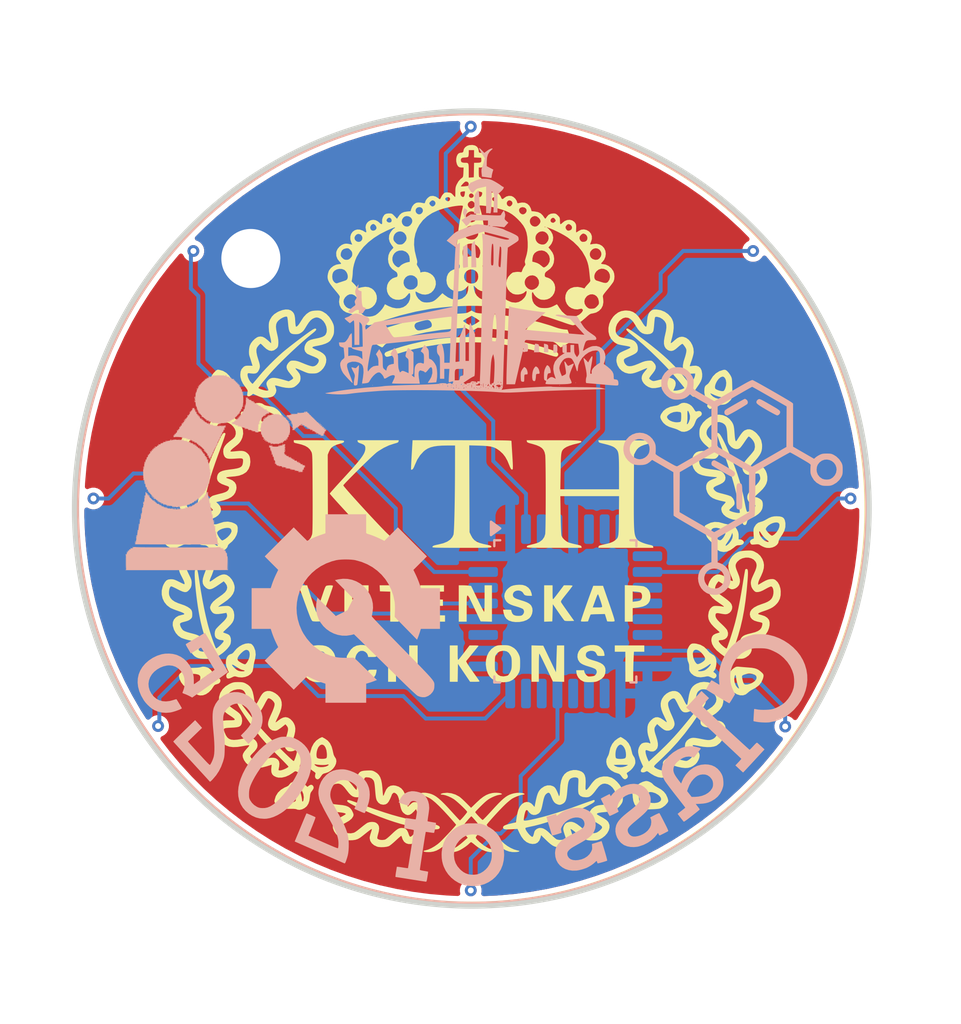
<source format=kicad_pcb>
(kicad_pcb (version 20241229) (generator "pcbnew") (generator_version "9.0")
  (layers (0 "F.Cu" signal) (2 "B.Cu" signal) (13 "F.Paste" user) (15 "B.Paste" user) (5 "F.SilkS" user "F.Silkscreen") (7 "B.SilkS" user "B.Silkscreen") (1 "F.Mask" user) (3 "B.Mask" user) (25 "Edge.Cuts" user))
  (net 0 "")
  (net 1 "GND")
  (net 5 "unconnected-(U1-PA14-Pad24)")
  (net 8 "unconnected-(U1-PB9-Pad31)")
  (net 12 "unconnected-(U1-PA11-Pad21)")
  (net 21 "unconnected-(U1-PB1-Pad15)")
  (net 23 "unconnected-(U1-PB6-Pad29)")
  (net 24 "unconnected-(U1-PC14-Pad2)")
  (net 25 "unconnected-(U1-NRST-Pad4)")
  (net 27 "unconnected-(U1-PA4-Pad10)")
  (footprint "LOGO" (layer "F.Cu") (at 139.72 90.17)
    (property "Reference" "G***" (hide yes))
    (property "Value" "LOGO" (hide yes))
  )
  (footprint "Package_QFP:LQFP-32_7x7mm_P0.8mm" (layer "B.Cu") (at 144.507 95.901 -90)
    (property "Reference" "U1" (hide yes))
    (property "Value" "STM32L011K_3-4_Tx" (hide yes))
    (pad "1" smd roundrect (at -4.175 2.8 270) (size 1.5 0.5) (layers "B.Cu" "B.Mask" "B.Paste") (net 1 "GND"))
    (pad "2" smd roundrect (at -4.175 2 270) (size 1.5 0.5) (layers "B.Cu" "B.Mask" "B.Paste") (net 24 "unconnected-(U1-PC14-Pad2)"))
    (pad "3" smd roundrect (at -4.175 1.2 270) (size 1.5 0.5) (layers "B.Cu" "B.Mask" "B.Paste"))
    (pad "4" smd roundrect (at -4.175 0.4 270) (size 1.5 0.5) (layers "B.Cu" "B.Mask" "B.Paste") (net 25 "unconnected-(U1-NRST-Pad4)"))
    (pad "5" smd roundrect (at -4.175 -0.4 270) (size 1.5 0.5) (layers "B.Cu" "B.Mask" "B.Paste") (net 1 "GND"))
    (pad "6" smd roundrect (at -4.175 -1.2 270) (size 1.5 0.5) (layers "B.Cu" "B.Mask" "B.Paste"))
    (pad "7" smd roundrect (at -4.175 -2 270) (size 1.5 0.5) (layers "B.Cu" "B.Mask" "B.Paste"))
    (pad "8" smd roundrect (at -4.175 -2.8 270) (size 1.5 0.5) (layers "B.Cu" "B.Mask" "B.Paste"))
    (pad "9" smd roundrect (at -2.8 -4.175 270) (size 0.5 1.5) (layers "B.Cu" "B.Mask" "B.Paste"))
    (pad "10" smd roundrect (at -2 -4.175 270) (size 0.5 1.5) (layers "B.Cu" "B.Mask" "B.Paste") (net 27 "unconnected-(U1-PA4-Pad10)"))
    (pad "11" smd roundrect (at -1.2 -4.175 270) (size 0.5 1.5) (layers "B.Cu" "B.Mask" "B.Paste"))
    (pad "12" smd roundrect (at -0.4 -4.175 270) (size 0.5 1.5) (layers "B.Cu" "B.Mask" "B.Paste"))
    (pad "13" smd roundrect (at 0.4 -4.175 270) (size 0.5 1.5) (layers "B.Cu" "B.Mask" "B.Paste"))
    (pad "14" smd roundrect (at 1.2 -4.175 270) (size 0.5 1.5) (layers "B.Cu" "B.Mask" "B.Paste"))
    (pad "15" smd roundrect (at 2 -4.175 270) (size 0.5 1.5) (layers "B.Cu" "B.Mask" "B.Paste") (net 21 "unconnected-(U1-PB1-Pad15)"))
    (pad "16" smd roundrect (at 2.8 -4.175 270) (size 0.5 1.5) (layers "B.Cu" "B.Mask" "B.Paste") (net 1 "GND"))
    (pad "17" smd roundrect (at 4.175 -2.8 270) (size 1.5 0.5) (layers "B.Cu" "B.Mask" "B.Paste") (net 1 "GND"))
    (pad "18" smd roundrect (at 4.175 -2 270) (size 1.5 0.5) (layers "B.Cu" "B.Mask" "B.Paste"))
    (pad "19" smd roundrect (at 4.175 -1.2 270) (size 1.5 0.5) (layers "B.Cu" "B.Mask" "B.Paste"))
    (pad "20" smd roundrect (at 4.175 -0.4 270) (size 1.5 0.5) (layers "B.Cu" "B.Mask" "B.Paste"))
    (pad "21" smd roundrect (at 4.175 0.4 270) (size 1.5 0.5) (layers "B.Cu" "B.Mask" "B.Paste") (net 12 "unconnected-(U1-PA11-Pad21)"))
    (pad "22" smd roundrect (at 4.175 1.2 270) (size 1.5 0.5) (layers "B.Cu" "B.Mask" "B.Paste"))
    (pad "23" smd roundrect (at 4.175 2 270) (size 1.5 0.5) (layers "B.Cu" "B.Mask" "B.Paste"))
    (pad "24" smd roundrect (at 4.175 2.8 270) (size 1.5 0.5) (layers "B.Cu" "B.Mask" "B.Paste") (net 5 "unconnected-(U1-PA14-Pad24)"))
    (pad "25" smd roundrect (at 2.8 4.175 270) (size 0.5 1.5) (layers "B.Cu" "B.Mask" "B.Paste"))
    (pad "26" smd roundrect (at 2 4.175 270) (size 0.5 1.5) (layers "B.Cu" "B.Mask" "B.Paste"))
    (pad "27" smd roundrect (at 1.2 4.175 270) (size 0.5 1.5) (layers "B.Cu" "B.Mask" "B.Paste"))
    (pad "28" smd roundrect (at 0.4 4.175 270) (size 0.5 1.5) (layers "B.Cu" "B.Mask" "B.Paste") (net 1 "GND"))
    (pad "29" smd roundrect (at -0.4 4.175 270) (size 0.5 1.5) (layers "B.Cu" "B.Mask" "B.Paste") (net 23 "unconnected-(U1-PB6-Pad29)"))
    (pad "30" smd roundrect (at -1.2 4.175 270) (size 0.5 1.5) (layers "B.Cu" "B.Mask" "B.Paste"))
    (pad "31" smd roundrect (at -2 4.175 270) (size 0.5 1.5) (layers "B.Cu" "B.Mask" "B.Paste") (net 8 "unconnected-(U1-PB9-Pad31)"))
    (pad "32" smd roundrect (at -2.8 4.175 270) (size 0.5 1.5) (layers "B.Cu" "B.Mask" "B.Paste") (net 1 "GND"))
  )
  (footprint "LOGO" (layer "B.Cu") (at 139.7 78.613 180)
    (property "Reference" "G***" (hide yes))
    (property "Value" "LOGO" (hide yes))
  )
  (footprint "LOGO" (layer "B.Cu") (at 153.035 89.281 180)
    (property "Reference" "G***" (hide yes))
    (property "Value" "LOGO" (hide yes))
  )
  (footprint "LOGO" (layer "B.Cu") (at 127.254 88.773 180)
    (property "Reference" "G***" (hide yes))
    (property "Value" "LOGO" (hide yes))
  )
  (footprint "LOGO" (layer "B.Cu") (at 133.35 95.758 180)
    (property "Reference" "G***" (hide yes))
    (property "Value" "LOGO" (hide yes))
  )
  (footprint "LOGO" (layer "B.Cu") (at 139.827 91.186 180)
    (property "Reference" "G***" (hide yes))
    (property "Value" "LOGO" (hide yes))
  )
  (gr_circle (center 139.734 90.678) (end 159.834 90.678) (stroke (width 0.254)) (fill no) (layer "F.SilkS"))
  (gr_circle (center 139.768 90.678) (end 159.868 90.678) (stroke (width 0.254)) (fill no) (layer "B.SilkS"))
  (gr_circle (center 139.754 90.678) (end 159.954 90.678) (stroke (width 0.254)) (fill no) (layer "Edge.Cuts"))
  (via (at 128.524 77.978) (size 3.5) (drill 3) (layers "F.Cu" "B.Cu") (net 1))
  (via (at 123.808719 101.728245) (size 0.6) (drill 0.3) (layers "F.Cu" "B.Cu") (net 5))
  (segment (start 130.429 98.679) (end 131.953 100.203) (width 0.2) (layer "B.Cu") (net 5))
  (segment (start 123.808719 101.585792) (end 123.87295 101.521561) (width 0.2) (layer "B.Cu") (net 5))
  (segment (start 136.271 100.203) (end 137.414 101.346) (width 0.2) (layer "B.Cu") (net 5))
  (segment (start 125.476 98.679) (end 130.429 98.679) (width 0.2) (layer "B.Cu") (net 5))
  (segment (start 123.87295 101.521561) (end 123.87295 100.28205) (width 0.2) (layer "B.Cu") (net 5))
  (segment (start 137.414 101.346) (end 140.437 101.346) (width 0.2) (layer "B.Cu") (net 5))
  (segment (start 140.437 101.346) (end 141.707 100.076) (width 0.2) (layer "B.Cu") (net 5))
  (segment (start 123.808719 101.728245) (end 123.808719 101.585792) (width 0.2) (layer "B.Cu") (net 5))
  (segment (start 131.953 100.203) (end 136.271 100.203) (width 0.2) (layer "B.Cu") (net 5))
  (segment (start 123.87295 100.28205) (end 125.476 98.679) (width 0.2) (layer "B.Cu") (net 5))
  (via (at 125.603 77.597) (size 0.6) (drill 0.3) (layers "F.Cu" "B.Cu") (net 8))
  (segment (start 129.032 84.836) (end 127.381 84.836) (width 0.2) (layer "B.Cu") (net 8))
  (segment (start 125.476 79.502) (end 125.476 77.724) (width 0.2) (layer "B.Cu") (net 8))
  (segment (start 127.381 84.836) (end 125.857 83.312) (width 0.2) (layer "B.Cu") (net 8))
  (segment (start 140.332 93.901) (end 137.843 93.901) (width 0.2) (layer "B.Cu") (net 8))
  (segment (start 135.89 91.948) (end 135.89 90.678) (width 0.2) (layer "B.Cu") (net 8))
  (segment (start 125.476 77.724) (end 125.603 77.597) (width 0.2) (layer "B.Cu") (net 8))
  (segment (start 125.857 79.883) (end 125.476 79.502) (width 0.2) (layer "B.Cu") (net 8))
  (segment (start 132.207 86.995) (end 131.191 86.995) (width 0.2) (layer "B.Cu") (net 8))
  (segment (start 131.191 86.995) (end 129.032 84.836) (width 0.2) (layer "B.Cu") (net 8))
  (segment (start 125.857 83.312) (end 125.857 79.883) (width 0.2) (layer "B.Cu") (net 8))
  (segment (start 135.89 90.678) (end 132.207 86.995) (width 0.2) (layer "B.Cu") (net 8))
  (segment (start 137.843 93.901) (end 135.89 91.948) (width 0.2) (layer "B.Cu") (net 8))
  (via (at 139.701125 110.077926) (size 0.6) (drill 0.3) (layers "F.Cu" "B.Cu") (net 12))
  (segment (start 144.107 100.076) (end 144.107 102.4) (width 0.2) (layer "B.Cu") (net 12))
  (segment (start 140.97 107.188) (end 139.7 108.458) (width 0.2) (layer "B.Cu") (net 12))
  (segment (start 139.7 110.076801) (end 139.701125 110.077926) (width 0.2) (layer "B.Cu") (net 12))
  (segment (start 142.24 104.267) (end 142.24 106.172) (width 0.2) (layer "B.Cu") (net 12))
  (segment (start 141.224 107.188) (end 140.97 107.188) (width 0.2) (layer "B.Cu") (net 12))
  (segment (start 142.24 106.172) (end 141.224 107.188) (width 0.2) (layer "B.Cu") (net 12))
  (segment (start 144.107 102.4) (end 142.24 104.267) (width 0.2) (layer "B.Cu") (net 12))
  (segment (start 139.7 108.458) (end 139.7 110.076801) (width 0.2) (layer "B.Cu") (net 12))
  (via (at 155.682628 101.752236) (size 0.6) (drill 0.3) (layers "F.Cu" "B.Cu") (net 21))
  (segment (start 148.682 97.901) (end 151.749 97.901) (width 0.2) (layer "B.Cu") (net 21))
  (segment (start 155.682628 101.752236) (end 155.840265 101.594599) (width 0.2) (layer "B.Cu") (net 21))
  (segment (start 155.702 100.838) (end 155.682628 100.857372) (width 0.2) (layer "B.Cu") (net 21))
  (segment (start 151.749 97.901) (end 153.035 99.187) (width 0.2) (layer "B.Cu") (net 21))
  (segment (start 155.682628 100.857372) (end 155.682628 101.752236) (width 0.2) (layer "B.Cu") (net 21))
  (segment (start 153.035 99.187) (end 154.051 99.187) (width 0.2) (layer "B.Cu") (net 21))
  (segment (start 155.580864 101.854) (end 155.682628 101.752236) (width 0.2) (layer "B.Cu") (net 21))
  (segment (start 154.051 99.187) (end 155.702 100.838) (width 0.2) (layer "B.Cu") (net 21))
  (via (at 120.523 90.17) (size 0.6) (drill 0.3) (layers "F.Cu" "B.Cu") (net 23))
  (segment (start 136.271 96.012) (end 132.588 96.012) (width 0.2) (layer "B.Cu") (net 23))
  (segment (start 125.095 88.9) (end 122.555 88.9) (width 0.2) (layer "B.Cu") (net 23))
  (segment (start 132.588 96.012) (end 130.81 94.234) (width 0.2) (layer "B.Cu") (net 23))
  (segment (start 130.81 94.234) (end 130.81 92.837) (width 0.2) (layer "B.Cu") (net 23))
  (segment (start 130.81 92.837) (end 128.397 90.424) (width 0.2) (layer "B.Cu") (net 23))
  (segment (start 128.397 90.424) (end 126.619 90.424) (width 0.2) (layer "B.Cu") (net 23))
  (segment (start 140.332 95.501) (end 136.782 95.501) (width 0.2) (layer "B.Cu") (net 23))
  (segment (start 121.285 90.17) (end 120.523 90.17) (width 0.2) (layer "B.Cu") (net 23))
  (segment (start 122.555 88.9) (end 121.285 90.17) (width 0.2) (layer "B.Cu") (net 23))
  (segment (start 126.619 90.424) (end 125.095 88.9) (width 0.2) (layer "B.Cu") (net 23))
  (segment (start 136.782 95.501) (end 136.271 96.012) (width 0.2) (layer "B.Cu") (net 23))
  (via (at 139.700086 71.278078) (size 0.6) (drill 0.3) (layers "F.Cu" "B.Cu") (net 24))
  (segment (start 139.192 84.582) (end 139.192 82.296) (width 0.2) (layer "B.Cu") (net 24))
  (segment (start 138.43 75.438) (end 138.43 72.644) (width 0.2) (layer "B.Cu") (net 24))
  (segment (start 139.192 82.296) (end 139.827 81.661) (width 0.2) (layer "B.Cu") (net 24))
  (segment (start 139.700086 71.373914) (end 139.700086 71.278078) (width 0.2) (layer "B.Cu") (net 24))
  (segment (start 138.43 72.644) (end 139.700086 71.373914) (width 0.2) (layer "B.Cu") (net 24))
  (segment (start 142.507 89.929) (end 140.843 88.265) (width 0.2) (layer "B.Cu") (net 24))
  (segment (start 140.843 86.233) (end 139.192 84.582) (width 0.2) (layer "B.Cu") (net 24))
  (segment (start 139.192 77.216) (end 139.192 76.2) (width 0.2) (layer "B.Cu") (net 24))
  (segment (start 139.192 76.2) (end 138.43 75.438) (width 0.2) (layer "B.Cu") (net 24))
  (segment (start 139.827 77.851) (end 139.192 77.216) (width 0.2) (layer "B.Cu") (net 24))
  (segment (start 139.827 81.661) (end 139.827 77.851) (width 0.2) (layer "B.Cu") (net 24))
  (segment (start 142.507 91.726) (end 142.507 89.929) (width 0.2) (layer "B.Cu") (net 24))
  (segment (start 140.843 88.265) (end 140.843 86.233) (width 0.2) (layer "B.Cu") (net 24))
  (via (at 154.051 77.597) (size 0.6) (drill 0.3) (layers "F.Cu" "B.Cu") (net 25))
  (segment (start 146.177 86.614) (end 146.177 82.804) (width 0.2) (layer "B.Cu") (net 25))
  (segment (start 146.177 82.804) (end 149.352 79.629) (width 0.2) (layer "B.Cu") (net 25))
  (segment (start 149.352 78.74) (end 150.495 77.597) (width 0.2) (layer "B.Cu") (net 25))
  (segment (start 144.107 88.684) (end 146.177 86.614) (width 0.2) (layer "B.Cu") (net 25))
  (segment (start 150.495 77.597) (end 154.051 77.597) (width 0.2) (layer "B.Cu") (net 25))
  (segment (start 149.352 79.629) (end 149.352 78.74) (width 0.2) (layer "B.Cu") (net 25))
  (segment (start 144.107 91.726) (end 144.107 88.684) (width 0.2) (layer "B.Cu") (net 25))
  (via (at 159.004 90.17) (size 0.6) (drill 0.3) (layers "F.Cu" "B.Cu") (net 27))
  (segment (start 152.225 93.901) (end 153.924 92.202) (width 0.2) (layer "B.Cu") (net 27))
  (segment (start 153.924 92.202) (end 156.337 92.202) (width 0.2) (layer "B.Cu") (net 27))
  (segment (start 148.682 93.901) (end 152.225 93.901) (width 0.2) (layer "B.Cu") (net 27))
  (segment (start 158.369 90.17) (end 159.004 90.17) (width 0.2) (layer "B.Cu") (net 27))
  (segment (start 156.337 92.202) (end 158.369 90.17) (width 0.2) (layer "B.Cu") (net 27))
  (zone (net 1) (net_name "GND") (layer "F.Cu") (connect_pads (clearance 0.25)) (min_thickness 0.25) (fill yes (thermal_gap 0.5) (thermal_bridge_width 0.5))
    (polygon (pts (xy 147.066 109.474) (xy 150.495 108.077) (xy 155.321 104.521) (xy 159.004 99.695) (xy 161.29 91.948) (xy 160.274 84.328) (xy 157.099 77.851) (xy 150.368 71.374) (xy 142.367 68.707) (xy 126.492 69.723) (xy 118.364 82.296) (xy 117.856 87.757) (xy 118.618 97.79) (xy 123.444 105.664) (xy 132.08 111.125) (xy 145.034 112.141)))
  )
  (zone (net 1) (net_name "GND") (layer "B.Cu") (connect_pads (clearance 0.25)) (min_thickness 0.25) (fill yes (thermal_gap 0.5) (thermal_bridge_width 0.5))
    (polygon (pts (xy 132.08 110.236) (xy 128.651 108.839) (xy 123.825 105.283) (xy 120.142 100.457) (xy 117.856 92.71) (xy 118.872 85.09) (xy 122.047 78.613) (xy 128.778 72.136) (xy 136.779 69.469) (xy 152.654 70.485) (xy 160.782 83.058) (xy 161.29 88.519) (xy 160.528 98.552) (xy 155.702 106.426) (xy 147.066 111.887) (xy 134.112 112.903)))
  )
)
</source>
